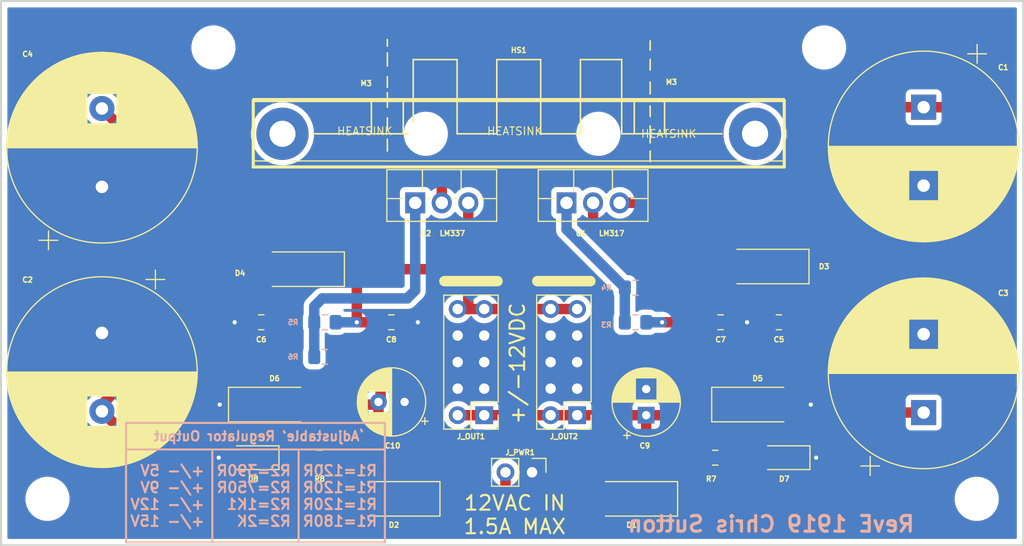
<source format=kicad_pcb>
(kicad_pcb (version 20171130) (host pcbnew "(5.1.6-0-10_14)")
  (layers (0 F.Cu signal) (31 B.Cu signal) (34 B.Paste user) (35 F.Paste user) (36 B.SilkS user) (37 F.SilkS user) (38 B.Mask user) (39 F.Mask user) (44 Edge.Cuts user))
  (net 0 "")
  (net 1 GND)
  (net 2 /DC_NEG_IN)
  (net 3 /12VDC_NEG_REG)
  (net 4 /DC_POS_IN)
  (net 5 /12VDC_POS_REG)
  (net 6 /AC_IN)
  (net 7 "Net-(D7-Pad2)")
  (net 8 "Net-(D8-Pad1)")
  (net 9 "Net-(R3-Pad2)")
  (net 10 "Net-(R5-Pad2)")
  (module Capacitor_THT:CP_Radial_D18.0mm_P7.50mm (layer F.Cu) (at 109.982 73.66 90)
    (fp_text reference C4 (at 12.7 -7.112 180) (layer F.SilkS) (effects (font (size 0.5 0.5) (thickness 0.125))))
    (fp_text value 3300uF)
    (pad 2 thru_hole circle (at 7.5 0 90) (size 2.4 2.4) (drill 1.2) (layers *.Cu *.Mask) (net 2 /DC_NEG_IN))
    (pad 1 thru_hole rect (at 0 0 90) (size 2.4 2.4) (drill 1.2) (layers *.Cu *.Mask) (net 1 GND))
  )
  (module Heatsink:Heatsink_SheetType_50x7mm_2Fixations (layer F.Cu) (at 149.86 68.58)
    (fp_text reference HS1 (at 0 -8) (layer F.SilkS) (effects (font (size 0.5 0.5) (thickness 0.125))))
    (fp_text value Heatsink)
    (fp_text user M3 (at 14.605 -4.953) (layer F.SilkS) (effects (font (size 0.5 0.5) (thickness 0.125))))
    (fp_text user M3 (at -14.605 -4.826) (layer F.SilkS) (effects (font (size 0.5 0.5) (thickness 0.125))))
    (pad 1 thru_hole circle (at 22.606 0) (size 5.00126 5.00126) (drill 2.49936) (layers *.Cu *.Mask))
    (pad 1 thru_hole circle (at -22.606 0) (size 5.00126 5.00126) (drill 2.49936) (layers *.Cu *.Mask))
  )
  (module Connector_PinHeader_2.54mm:PinHeader_2x05_P2.54mm_Vertical (layer F.Cu) (at 146.558 95.504 180)
    (fp_text reference J_OUT1 (at 1.27 -2.032) (layer F.SilkS) (effects (font (size 0.5 0.5) (thickness 0.125))))
    (fp_text value Conn_02x05_Odd_Even)
    (pad 1 thru_hole rect (at 0 0 180) (size 1.7 1.7) (drill 1) (layers *.Cu *.Mask) (net 5 /12VDC_POS_REG))
    (pad 2 thru_hole oval (at 2.54 0 180) (size 1.7 1.7) (drill 1) (layers *.Cu *.Mask) (net 5 /12VDC_POS_REG))
    (pad 3 thru_hole oval (at 0 2.54 180) (size 1.7 1.7) (drill 1) (layers *.Cu *.Mask) (net 1 GND))
    (pad 4 thru_hole oval (at 2.54 2.54 180) (size 1.7 1.7) (drill 1) (layers *.Cu *.Mask) (net 1 GND))
    (pad 5 thru_hole oval (at 0 5.08 180) (size 1.7 1.7) (drill 1) (layers *.Cu *.Mask) (net 1 GND))
    (pad 6 thru_hole oval (at 2.54 5.08 180) (size 1.7 1.7) (drill 1) (layers *.Cu *.Mask) (net 1 GND))
    (pad 7 thru_hole oval (at 0 7.62 180) (size 1.7 1.7) (drill 1) (layers *.Cu *.Mask) (net 1 GND))
    (pad 8 thru_hole oval (at 2.54 7.62 180) (size 1.7 1.7) (drill 1) (layers *.Cu *.Mask) (net 1 GND))
    (pad 9 thru_hole oval (at 0 10.16 180) (size 1.7 1.7) (drill 1) (layers *.Cu *.Mask) (net 3 /12VDC_NEG_REG))
    (pad 10 thru_hole oval (at 2.54 10.16 180) (size 1.7 1.7) (drill 1) (layers *.Cu *.Mask) (net 3 /12VDC_NEG_REG))
  )
  (module Connector_PinHeader_2.54mm:PinHeader_2x05_P2.54mm_Vertical (layer F.Cu) (at 155.448 95.504 180)
    (fp_text reference J_OUT2 (at 1.27 -2.032 180) (layer F.SilkS) (effects (font (size 0.5 0.5) (thickness 0.125))))
    (fp_text value Conn_02x05_Odd_Even)
    (pad 1 thru_hole rect (at 0 0 180) (size 1.7 1.7) (drill 1) (layers *.Cu *.Mask) (net 5 /12VDC_POS_REG))
    (pad 2 thru_hole oval (at 2.54 0 180) (size 1.7 1.7) (drill 1) (layers *.Cu *.Mask) (net 5 /12VDC_POS_REG))
    (pad 3 thru_hole oval (at 0 2.54 180) (size 1.7 1.7) (drill 1) (layers *.Cu *.Mask) (net 1 GND))
    (pad 4 thru_hole oval (at 2.54 2.54 180) (size 1.7 1.7) (drill 1) (layers *.Cu *.Mask) (net 1 GND))
    (pad 5 thru_hole oval (at 0 5.08 180) (size 1.7 1.7) (drill 1) (layers *.Cu *.Mask) (net 1 GND))
    (pad 6 thru_hole oval (at 2.54 5.08 180) (size 1.7 1.7) (drill 1) (layers *.Cu *.Mask) (net 1 GND))
    (pad 7 thru_hole oval (at 0 7.62 180) (size 1.7 1.7) (drill 1) (layers *.Cu *.Mask) (net 1 GND))
    (pad 8 thru_hole oval (at 2.54 7.62 180) (size 1.7 1.7) (drill 1) (layers *.Cu *.Mask) (net 1 GND))
    (pad 9 thru_hole oval (at 0 10.16 180) (size 1.7 1.7) (drill 1) (layers *.Cu *.Mask) (net 3 /12VDC_NEG_REG))
    (pad 10 thru_hole oval (at 2.54 10.16 180) (size 1.7 1.7) (drill 1) (layers *.Cu *.Mask) (net 3 /12VDC_NEG_REG))
  )
  (module Connector_PinHeader_2.54mm:PinHeader_1x02_P2.54mm_Vertical (layer F.Cu) (at 151.13 100.965 270)
    (fp_text reference J_PWR1 (at -1.905 1.143) (layer F.SilkS) (effects (font (size 0.5 0.5) (thickness 0.125))))
    (fp_text value Conn_01x02)
    (pad 1 thru_hole rect (at 0 0 270) (size 1.7 1.7) (drill 1) (layers *.Cu *.Mask) (net 1 GND))
    (pad 2 thru_hole oval (at 0 2.54 270) (size 1.7 1.7) (drill 1) (layers *.Cu *.Mask) (net 6 /AC_IN))
  )
  (module MountingHole:MountingHole_3.2mm_M3_DIN965 (layer F.Cu) (at 179.07 60.325)
    (fp_text reference REF** hide)
    (fp_text value MountingHole_3.2mm_M3_DIN965)
    (pad 1 np_thru_hole circle (at 0 0) (size 3.2 3.2) (drill 3.2) (layers *.Cu *.Mask))
  )
  (module MountingHole:MountingHole_3.2mm_M3_DIN965 (layer F.Cu) (at 120.65 60.325)
    (fp_text reference REF** hide)
    (fp_text value MountingHole_3.2mm_M3_DIN965)
    (pad 1 np_thru_hole circle (at 0 0) (size 3.2 3.2) (drill 3.2) (layers *.Cu *.Mask))
  )
  (module MountingHole:MountingHole_3.2mm_M3_DIN965 (layer F.Cu) (at 104.775 103.505)
    (fp_text reference REF** hide)
    (fp_text value MountingHole_3.2mm_M3_DIN965)
    (pad 1 np_thru_hole circle (at 0 0) (size 3.2 3.2) (drill 3.2) (layers *.Cu *.Mask))
  )
  (module MountingHole:MountingHole_3.2mm_M3_DIN965 (layer F.Cu) (at 193.675 103.505)
    (fp_text reference REF** hide)
    (fp_text value MountingHole_3.2mm_M3_DIN965)
    (pad 1 np_thru_hole circle (at 0 0) (size 3.2 3.2) (drill 3.2) (layers *.Cu *.Mask))
  )
  (module MountingHole:MountingHole_3.2mm_M3_DIN965 (layer F.Cu) (at 157.48 68.58)
    (fp_text reference REF** hide)
    (fp_text value MountingHole_3.2mm_M3_DIN965)
    (pad 1 np_thru_hole circle (at 0 0) (size 3.2 3.2) (drill 3.2) (layers *.Cu *.Mask))
  )
  (module MountingHole:MountingHole_3.2mm_M3_DIN965 (layer F.Cu) (at 140.97 68.58)
    (fp_text reference REF** hide)
    (fp_text value MountingHole_3.2mm_M3_DIN965)
    (pad 1 np_thru_hole circle (at 0 0) (size 3.2 3.2) (drill 3.2) (layers *.Cu *.Mask))
  )
  (module Capacitor_THT:CP_Radial_D18.0mm_P7.50mm (layer F.Cu) (at 188.595 66.04 270)
    (fp_text reference C1 (at -3.81 -7.62) (layer F.SilkS) (effects (font (size 0.5 0.5) (thickness 0.125))))
    (fp_text value 3300uF)
    (pad 2 thru_hole circle (at 7.5 0 270) (size 2.4 2.4) (drill 1.2) (layers *.Cu *.Mask) (net 1 GND))
    (pad 1 thru_hole rect (at 0 0 270) (size 2.4 2.4) (drill 1.2) (layers *.Cu *.Mask) (net 4 /DC_POS_IN))
  )
  (module Capacitor_THT:CP_Radial_D18.0mm_P7.50mm (layer F.Cu) (at 109.982 87.63 270)
    (fp_text reference C2 (at -5.08 7.112) (layer F.SilkS) (effects (font (size 0.5 0.5) (thickness 0.125))))
    (fp_text value 3300uF)
    (pad 1 thru_hole rect (at 0 0 270) (size 2.4 2.4) (drill 1.2) (layers *.Cu *.Mask) (net 1 GND))
    (pad 2 thru_hole circle (at 7.5 0 270) (size 2.4 2.4) (drill 1.2) (layers *.Cu *.Mask) (net 2 /DC_NEG_IN))
  )
  (module Capacitor_THT:CP_Radial_D18.0mm_P7.50mm (layer F.Cu) (at 188.595 95.25 90)
    (fp_text reference C3 (at 11.43 7.62 180) (layer F.SilkS) (effects (font (size 0.5 0.5) (thickness 0.125))))
    (fp_text value 3300uF)
    (pad 1 thru_hole rect (at 0 0 90) (size 2.4 2.4) (drill 1.2) (layers *.Cu *.Mask) (net 4 /DC_POS_IN))
    (pad 2 thru_hole circle (at 7.5 0 90) (size 2.4 2.4) (drill 1.2) (layers *.Cu *.Mask) (net 1 GND))
  )
  (module Capacitor_SMD:C_0805_2012Metric_Pad1.15x1.40mm_HandSolder (layer F.Cu) (at 174.752 86.614 180)
    (fp_text reference C5 (at 0 -1.65 180) (layer F.SilkS) (effects (font (size 0.5 0.5) (thickness 0.125))))
    (fp_text value 100nF)
    (pad 2 smd roundrect (at 1.025 0 180) (size 1.15 1.4) (layers F.Cu F.Paste F.Mask) (roundrect_rratio 0.217391) (net 1 GND))
    (pad 1 smd roundrect (at -1.025 0 180) (size 1.15 1.4) (layers F.Cu F.Paste F.Mask) (roundrect_rratio 0.217391) (net 4 /DC_POS_IN))
  )
  (module Capacitor_SMD:C_0805_2012Metric_Pad1.15x1.40mm_HandSolder (layer F.Cu) (at 125.222 86.614 180)
    (fp_text reference C6 (at 0 -1.65) (layer F.SilkS) (effects (font (size 0.5 0.5) (thickness 0.125))))
    (fp_text value 100nF)
    (pad 1 smd roundrect (at -1.025 0 180) (size 1.15 1.4) (layers F.Cu F.Paste F.Mask) (roundrect_rratio 0.217391) (net 2 /DC_NEG_IN))
    (pad 2 smd roundrect (at 1.025 0 180) (size 1.15 1.4) (layers F.Cu F.Paste F.Mask) (roundrect_rratio 0.217391) (net 1 GND))
  )
  (module Capacitor_SMD:C_0805_2012Metric_Pad1.15x1.40mm_HandSolder (layer F.Cu) (at 169.173 86.614)
    (fp_text reference C7 (at 0 1.651) (layer F.SilkS) (effects (font (size 0.5 0.5) (thickness 0.125))))
    (fp_text value 100nF)
    (pad 2 smd roundrect (at 1.025 0) (size 1.15 1.4) (layers F.Cu F.Paste F.Mask) (roundrect_rratio 0.217391) (net 1 GND))
    (pad 1 smd roundrect (at -1.025 0) (size 1.15 1.4) (layers F.Cu F.Paste F.Mask) (roundrect_rratio 0.217391) (net 5 /12VDC_POS_REG))
  )
  (module Capacitor_SMD:C_0805_2012Metric_Pad1.15x1.40mm_HandSolder (layer F.Cu) (at 137.668 86.614)
    (fp_text reference C8 (at 0 1.651) (layer F.SilkS) (effects (font (size 0.5 0.5) (thickness 0.125))))
    (fp_text value 100nF)
    (pad 1 smd roundrect (at -1.025 0) (size 1.15 1.4) (layers F.Cu F.Paste F.Mask) (roundrect_rratio 0.217391) (net 3 /12VDC_NEG_REG))
    (pad 2 smd roundrect (at 1.025 0) (size 1.15 1.4) (layers F.Cu F.Paste F.Mask) (roundrect_rratio 0.217391) (net 1 GND))
  )
  (module Capacitor_THT:CP_Radial_D6.3mm_P2.50mm (layer F.Cu) (at 162.052 95.504 90)
    (fp_text reference C9 (at -2.921 -0.127 180) (layer F.SilkS) (effects (font (size 0.5 0.5) (thickness 0.125))))
    (fp_text value 10uF)
    (pad 1 thru_hole rect (at 0 0 90) (size 1.6 1.6) (drill 0.8) (layers *.Cu *.Mask) (net 5 /12VDC_POS_REG))
    (pad 2 thru_hole circle (at 2.5 0 90) (size 1.6 1.6) (drill 0.8) (layers *.Cu *.Mask) (net 1 GND))
  )
  (module Capacitor_THT:CP_Radial_D6.3mm_P2.50mm (layer F.Cu) (at 138.938 94.234 180)
    (fp_text reference C10 (at 1.143 -4.191 180) (layer F.SilkS) (effects (font (size 0.5 0.5) (thickness 0.125))))
    (fp_text value 10uF)
    (pad 2 thru_hole circle (at 2.5 0 180) (size 1.6 1.6) (drill 0.8) (layers *.Cu *.Mask) (net 3 /12VDC_NEG_REG))
    (pad 1 thru_hole rect (at 0 0 180) (size 1.6 1.6) (drill 0.8) (layers *.Cu *.Mask) (net 1 GND))
  )
  (module Diode_SMD:D_SMA_Handsoldering (layer F.Cu) (at 160.655 103.505 180)
    (fp_text reference D1 (at 0 -2.5 180) (layer F.SilkS) (effects (font (size 0.5 0.5) (thickness 0.125))))
    (fp_text value HER202G)
    (pad 1 smd rect (at -2.5 0 180) (size 3.5 1.8) (layers F.Cu F.Paste F.Mask) (net 4 /DC_POS_IN))
    (pad 2 smd rect (at 2.5 0 180) (size 3.5 1.8) (layers F.Cu F.Paste F.Mask) (net 6 /AC_IN))
  )
  (module Diode_SMD:D_SMA_Handsoldering (layer F.Cu) (at 137.922 103.505 180)
    (fp_text reference D2 (at 0 -2.5 180) (layer F.SilkS) (effects (font (size 0.5 0.5) (thickness 0.125))))
    (fp_text value HER202G)
    (pad 2 smd rect (at 2.5 0 180) (size 3.5 1.8) (layers F.Cu F.Paste F.Mask) (net 2 /DC_NEG_IN))
    (pad 1 smd rect (at -2.5 0 180) (size 3.5 1.8) (layers F.Cu F.Paste F.Mask) (net 6 /AC_IN))
  )
  (module Diode_SMD:D_SMA_Handsoldering (layer F.Cu) (at 173.228 81.28 180)
    (fp_text reference D3 (at -5.842 0 180) (layer F.SilkS) (effects (font (size 0.5 0.5) (thickness 0.125))))
    (fp_text value HER202G)
    (pad 2 smd rect (at 2.5 0 180) (size 3.5 1.8) (layers F.Cu F.Paste F.Mask) (net 5 /12VDC_POS_REG))
    (pad 1 smd rect (at -2.5 0 180) (size 3.5 1.8) (layers F.Cu F.Paste F.Mask) (net 4 /DC_POS_IN))
  )
  (module Diode_SMD:D_SMA_Handsoldering (layer F.Cu) (at 128.778 81.534 180)
    (fp_text reference D4 (at 5.588 -0.381 180) (layer F.SilkS) (effects (font (size 0.5 0.5) (thickness 0.125))))
    (fp_text value HER202G)
    (pad 1 smd rect (at -2.5 0 180) (size 3.5 1.8) (layers F.Cu F.Paste F.Mask) (net 3 /12VDC_NEG_REG))
    (pad 2 smd rect (at 2.5 0 180) (size 3.5 1.8) (layers F.Cu F.Paste F.Mask) (net 2 /DC_NEG_IN))
  )
  (module Diode_SMD:D_SMA_Handsoldering (layer F.Cu) (at 172.72 94.488)
    (fp_text reference D5 (at 0 -2.5) (layer F.SilkS) (effects (font (size 0.5 0.5) (thickness 0.125))))
    (fp_text value HER202G)
    (pad 2 smd rect (at 2.5 0) (size 3.5 1.8) (layers F.Cu F.Paste F.Mask) (net 1 GND))
    (pad 1 smd rect (at -2.5 0) (size 3.5 1.8) (layers F.Cu F.Paste F.Mask) (net 5 /12VDC_POS_REG))
  )
  (module Diode_SMD:D_SMA_Handsoldering (layer F.Cu) (at 126.492 94.488)
    (fp_text reference D6 (at 0 -2.5) (layer F.SilkS) (effects (font (size 0.5 0.5) (thickness 0.125))))
    (fp_text value HER202G)
    (pad 1 smd rect (at -2.5 0) (size 3.5 1.8) (layers F.Cu F.Paste F.Mask) (net 1 GND))
    (pad 2 smd rect (at 2.5 0) (size 3.5 1.8) (layers F.Cu F.Paste F.Mask) (net 3 /12VDC_NEG_REG))
  )
  (module LED_SMD:LED_1206_3216Metric_Pad1.42x1.75mm_HandSolder (layer F.Cu) (at 175.26 99.568 180)
    (fp_text reference D7 (at 0 -2.032 180) (layer F.SilkS) (effects (font (size 0.5 0.5) (thickness 0.125))))
    (fp_text value LED)
    (pad 2 smd roundrect (at 1.4875 0 180) (size 1.425 1.75) (layers F.Cu F.Paste F.Mask) (roundrect_rratio 0.175439) (net 7 "Net-(D7-Pad2)"))
    (pad 1 smd roundrect (at -1.4875 0 180) (size 1.425 1.75) (layers F.Cu F.Paste F.Mask) (roundrect_rratio 0.175439) (net 1 GND))
  )
  (module LED_SMD:LED_1206_3216Metric_Pad1.42x1.75mm_HandSolder (layer F.Cu) (at 124.46 99.568 180)
    (fp_text reference D8 (at 0 -2.032 180) (layer F.SilkS) (effects (font (size 0.5 0.5) (thickness 0.125))))
    (fp_text value LED)
    (pad 1 smd roundrect (at -1.4875 0 180) (size 1.425 1.75) (layers F.Cu F.Paste F.Mask) (roundrect_rratio 0.175439) (net 8 "Net-(D8-Pad1)"))
    (pad 2 smd roundrect (at 1.4875 0 180) (size 1.425 1.75) (layers F.Cu F.Paste F.Mask) (roundrect_rratio 0.175439) (net 1 GND))
  )
  (module Resistor_SMD:R_0805_2012Metric_Pad1.15x1.40mm_HandSolder (layer B.Cu) (at 161.036 86.614 180)
    (fp_text reference R3 (at 2.794 -0.254 180) (layer B.SilkS) (effects (font (size 0.5 0.5) (thickness 0.125)) (justify mirror)))
    (fp_text value 120R)
    (pad 2 smd roundrect (at 1.025 0 180) (size 1.15 1.4) (layers B.Cu B.Paste B.Mask) (roundrect_rratio 0.217391) (net 9 "Net-(R3-Pad2)"))
    (pad 1 smd roundrect (at -1.025 0 180) (size 1.15 1.4) (layers B.Cu B.Paste B.Mask) (roundrect_rratio 0.217391) (net 5 /12VDC_POS_REG))
  )
  (module Resistor_SMD:R_0805_2012Metric_Pad1.15x1.40mm_HandSolder (layer B.Cu) (at 161.036 83.312)
    (fp_text reference R4 (at -2.794 0) (layer B.SilkS) (effects (font (size 0.5 0.5) (thickness 0.125)) (justify mirror)))
    (fp_text value 1K1)
    (pad 1 smd roundrect (at -1.025 0) (size 1.15 1.4) (layers B.Cu B.Paste B.Mask) (roundrect_rratio 0.217391) (net 9 "Net-(R3-Pad2)"))
    (pad 2 smd roundrect (at 1.025 0) (size 1.15 1.4) (layers B.Cu B.Paste B.Mask) (roundrect_rratio 0.217391) (net 1 GND))
  )
  (module Resistor_SMD:R_0805_2012Metric_Pad1.15x1.40mm_HandSolder (layer B.Cu) (at 131.318 86.614 180)
    (fp_text reference R5 (at 3.048 0 180) (layer B.SilkS) (effects (font (size 0.5 0.5) (thickness 0.125)) (justify mirror)))
    (fp_text value 120R)
    (pad 2 smd roundrect (at 1.025 0 180) (size 1.15 1.4) (layers B.Cu B.Paste B.Mask) (roundrect_rratio 0.217391) (net 10 "Net-(R5-Pad2)"))
    (pad 1 smd roundrect (at -1.025 0 180) (size 1.15 1.4) (layers B.Cu B.Paste B.Mask) (roundrect_rratio 0.217391) (net 3 /12VDC_NEG_REG))
  )
  (module Resistor_SMD:R_0805_2012Metric_Pad1.15x1.40mm_HandSolder (layer B.Cu) (at 131.318 89.916)
    (fp_text reference R6 (at -3.048 0) (layer B.SilkS) (effects (font (size 0.5 0.5) (thickness 0.125)) (justify mirror)))
    (fp_text value 1K1)
    (pad 1 smd roundrect (at -1.025 0) (size 1.15 1.4) (layers B.Cu B.Paste B.Mask) (roundrect_rratio 0.217391) (net 10 "Net-(R5-Pad2)"))
    (pad 2 smd roundrect (at 1.025 0) (size 1.15 1.4) (layers B.Cu B.Paste B.Mask) (roundrect_rratio 0.217391) (net 1 GND))
  )
  (module Resistor_SMD:R_0805_2012Metric_Pad1.15x1.40mm_HandSolder (layer F.Cu) (at 168.656 99.568)
    (fp_text reference R7 (at -0.381 2.032) (layer F.SilkS) (effects (font (size 0.5 0.5) (thickness 0.125))))
    (fp_text value 1K)
    (pad 2 smd roundrect (at 1.025 0) (size 1.15 1.4) (layers F.Cu F.Paste F.Mask) (roundrect_rratio 0.217391) (net 7 "Net-(D7-Pad2)"))
    (pad 1 smd roundrect (at -1.025 0) (size 1.15 1.4) (layers F.Cu F.Paste F.Mask) (roundrect_rratio 0.217391) (net 5 /12VDC_POS_REG))
  )
  (module Resistor_SMD:R_0805_2012Metric_Pad1.15x1.40mm_HandSolder (layer F.Cu) (at 130.81 99.568 180)
    (fp_text reference R8 (at 0 -2.032 180) (layer F.SilkS) (effects (font (size 0.5 0.5) (thickness 0.125))))
    (fp_text value 1K)
    (pad 1 smd roundrect (at -1.025 0 180) (size 1.15 1.4) (layers F.Cu F.Paste F.Mask) (roundrect_rratio 0.217391) (net 3 /12VDC_NEG_REG))
    (pad 2 smd roundrect (at 1.025 0 180) (size 1.15 1.4) (layers F.Cu F.Paste F.Mask) (roundrect_rratio 0.217391) (net 8 "Net-(D8-Pad1)"))
  )
  (module Package_TO_SOT_THT:TO-220F-3_Vertical (layer F.Cu) (at 154.432 75.184)
    (fp_text reference U1 (at 1.397 2.921) (layer F.SilkS) (effects (font (size 0.5 0.5) (thickness 0.125))))
    (fp_text value LM317_3PinPackage)
    (pad 3 thru_hole oval (at 5.08 0) (size 1.905 2) (drill 1.2) (layers *.Cu *.Mask) (net 4 /DC_POS_IN))
    (pad 2 thru_hole oval (at 2.54 0) (size 1.905 2) (drill 1.2) (layers *.Cu *.Mask) (net 5 /12VDC_POS_REG))
    (pad 1 thru_hole rect (at 0 0) (size 1.905 2) (drill 1.2) (layers *.Cu *.Mask) (net 9 "Net-(R3-Pad2)"))
  )
  (module Package_TO_SOT_THT:TO-220F-3_Vertical (layer F.Cu) (at 139.954 75.184)
    (fp_text reference U2 (at 1.016 2.921) (layer F.SilkS) (effects (font (size 0.5 0.5) (thickness 0.125))))
    (fp_text value LM337_TO220)
    (pad 1 thru_hole rect (at 0 0) (size 1.905 2) (drill 1.2) (layers *.Cu *.Mask) (net 10 "Net-(R5-Pad2)"))
    (pad 2 thru_hole oval (at 2.54 0) (size 1.905 2) (drill 1.2) (layers *.Cu *.Mask) (net 2 /DC_NEG_IN))
    (pad 3 thru_hole oval (at 5.08 0) (size 1.905 2) (drill 1.2) (layers *.Cu *.Mask) (net 3 /12VDC_NEG_REG))
  )
  (gr_text LM317 (at 158.75 78.105) (layer F.SilkS) (effects (font (size 0.5 0.5) (thickness 0.125))))
  (gr_text LM337 (at 143.51 78.105) (layer F.SilkS) (effects (font (size 0.5 0.5) (thickness 0.125))))
  (gr_text "12VAC IN\n1.5A MAX" (at 149.479 105.029) (layer F.SilkS) (effects (font (size 1.4 1.4) (thickness 0.2))))
  (gr_text +/-12VDC (at 149.733 90.551 90) (layer F.SilkS) (effects (font (size 1.4 1.4) (thickness 0.2))))
  (gr_line (start 142.748 82.677) (end 147.828 82.677) (layer F.SilkS) (width 1))
  (gr_line (start 198.12 55.88) (end 198.12 107.95) (layer Edge.Cuts) (width 0.2))
  (gr_text "RevE 1919 Chris Sutton" (at 173.99 105.918) (layer B.SilkS) (effects (font (size 1.5 1.5) (thickness 0.3)) (justify mirror)))
  (gr_text HEATSINK (at 164.211 68.58) (layer F.SilkS) (effects (font (size 0.75 0.75) (thickness 0.1))))
  (gr_line (start 128.799034 107.671178) (end 128.799034 98.781178) (layer B.SilkS) (width 0.2))
  (gr_line (start 120.544034 107.671178) (end 120.544034 98.781178) (layer B.SilkS) (width 0.2))
  (gr_line (start 137.054034 107.671178) (end 137.054034 96.241178) (layer B.SilkS) (width 0.2))
  (gr_line (start 112.289034 107.671178) (end 112.289034 96.241178) (layer B.SilkS) (width 0.2))
  (gr_line (start 112.289034 98.781178) (end 137.054034 98.781178) (layer B.SilkS) (width 0.2))
  (gr_line (start 112.289034 96.241178) (end 137.054034 96.241178) (layer B.SilkS) (width 0.2))
  (gr_line (start 112.289034 107.671178) (end 137.054034 107.671178) (layer B.SilkS) (width 0.2))
  (gr_text "‘Adjustable’ Regulator Output" (at 124.989034 97.511178) (layer B.SilkS) (effects (font (size 0.9 0.9) (thickness 0.2)) (justify mirror)))
  (gr_text "+/- 5V\n+/- 9V\n+/- 12V\n+/- 15V" (at 119.909034 103.226178) (layer B.SilkS) (effects (font (size 1 1) (thickness 0.2)) (justify left mirror)))
  (gr_text "R2=390R\nR2=750R\nR2=1K1\nR2=2K" (at 128.164034 103.226178) (layer B.SilkS) (effects (font (size 1 1) (thickness 0.2)) (justify left mirror)))
  (gr_text "R1=120R\nR1=120R\nR1=120R\nR1=180R" (at 136.419034 103.226178) (layer B.SilkS) (effects (font (size 1 1) (thickness 0.2)) (justify left mirror)))
  (gr_line (start 175.26 65.405) (end 175.26 71.755) (layer F.SilkS) (width 0.3))
  (gr_line (start 124.46 65.405) (end 124.46 71.755) (layer F.SilkS) (width 0.3))
  (gr_line (start 175.26 65.405) (end 124.46 65.405) (layer F.SilkS) (width 0.3))
  (gr_line (start 175.26 71.755) (end 124.46 71.755) (layer F.SilkS) (width 0.3))
  (gr_line (start 151.638 82.677) (end 156.718 82.677) (layer F.SilkS) (width 1))
  (gr_text HEATSINK (at 149.479 68.326) (layer F.SilkS) (effects (font (size 0.75 0.75) (thickness 0.1))))
  (gr_text HEATSINK (at 135.128 68.326) (layer F.SilkS) (effects (font (size 0.75 0.75) (thickness 0.1))))
  (gr_line (start 100.33 107.95) (end 100.33 55.88) (layer Edge.Cuts) (width 0.2))
  (gr_line (start 198.12 107.95) (end 100.33 107.95) (layer Edge.Cuts) (width 0.2))
  (gr_line (start 100.33 55.88) (end 198.12 55.88) (layer Edge.Cuts) (width 0.2))
  (segment (start 176.7475 99.568) (end 178.308 99.568) (width 1) (layer F.Cu) (net 1))
  (via (at 178.308 99.568) (size 0.8) (drill 0.4) (layers F.Cu B.Cu) (net 1))
  (segment (start 175.22 94.488) (end 177.8 94.488) (width 1) (layer F.Cu) (net 1))
  (via (at 177.8 94.488) (size 0.8) (drill 0.4) (layers F.Cu B.Cu) (net 1))
  (via (at 171.704 86.614) (size 0.8) (drill 0.4) (layers F.Cu B.Cu) (net 1))
  (segment (start 170.198 86.614) (end 171.704 86.614) (width 1) (layer F.Cu) (net 1))
  (segment (start 171.704 86.614) (end 173.473 86.614) (width 1) (layer F.Cu) (net 1))
  (segment (start 124.197 86.614) (end 123.522 86.614) (width 1) (layer F.Cu) (net 1))
  (via (at 122.682 86.614) (size 0.8) (drill 0.4) (layers F.Cu B.Cu) (net 1))
  (segment (start 123.522 86.614) (end 122.682 86.614) (width 1) (layer F.Cu) (net 1))
  (segment (start 123.992 94.488) (end 121.242 94.488) (width 1) (layer F.Cu) (net 1))
  (via (at 121.242 94.488) (size 0.8) (drill 0.4) (layers F.Cu B.Cu) (net 1))
  (segment (start 122.9725 99.568) (end 122.16 99.568) (width 1) (layer F.Cu) (net 1))
  (via (at 121.158 99.568) (size 0.8) (drill 0.4) (layers F.Cu B.Cu) (net 1))
  (segment (start 122.16 99.568) (end 121.158 99.568) (width 1) (layer F.Cu) (net 1))
  (segment (start 138.693 86.614) (end 140.208 86.614) (width 1) (layer F.Cu) (net 1))
  (via (at 140.208 86.614) (size 0.8) (drill 0.4) (layers F.Cu B.Cu) (net 1))
  (segment (start 134.246 103.378) (end 135.422 103.378) (width 1) (layer F.Cu) (net 2))
  (segment (start 118.23 103.378) (end 109.982 95.13) (width 1) (layer F.Cu) (net 2))
  (segment (start 135.422 103.378) (end 118.23 103.378) (width 1) (layer F.Cu) (net 2))
  (segment (start 145.279 75.429) (end 145.034 75.184) (width 1) (layer F.Cu) (net 3))
  (segment (start 136.643 94.029) (end 136.438 94.234) (width 1) (layer F.Cu) (net 3))
  (segment (start 136.643 86.614) (end 136.643 94.029) (width 1) (layer F.Cu) (net 3))
  (segment (start 145.034 85.344) (end 155.448 85.344) (width 1) (layer F.Cu) (net 3))
  (segment (start 144.018 85.344) (end 145.034 85.344) (width 1) (layer F.Cu) (net 3))
  (segment (start 145.034 84.328) (end 145.034 85.344) (width 1) (layer F.Cu) (net 3))
  (segment (start 145.034 75.184) (end 145.034 80.264) (width 1) (layer F.Cu) (net 3))
  (segment (start 136.184 94.488) (end 136.438 94.234) (width 1) (layer F.Cu) (net 3))
  (segment (start 128.992 94.488) (end 136.184 94.488) (width 1) (layer F.Cu) (net 3))
  (segment (start 136.438 97.75) (end 136.438 94.234) (width 1) (layer F.Cu) (net 3))
  (segment (start 134.62 99.568) (end 136.438 97.75) (width 1) (layer F.Cu) (net 3))
  (segment (start 131.835 99.568) (end 134.62 99.568) (width 1) (layer F.Cu) (net 3))
  (segment (start 131.278 81.534) (end 134.366 81.534) (width 1) (layer F.Cu) (net 3))
  (segment (start 134.366 81.534) (end 134.366 86.614) (width 1) (layer F.Cu) (net 3))
  (via (at 134.366 86.614) (size 0.8) (drill 0.4) (layers F.Cu B.Cu) (net 3))
  (segment (start 134.366 86.614) (end 132.343 86.614) (width 1) (layer B.Cu) (net 3))
  (segment (start 136.643 86.614) (end 134.366 86.614) (width 1) (layer F.Cu) (net 3))
  (segment (start 134.366 81.534) (end 145.034 81.534) (width 1) (layer F.Cu) (net 3))
  (segment (start 145.034 81.534) (end 145.034 84.328) (width 1) (layer F.Cu) (net 3))
  (segment (start 145.034 80.264) (end 145.034 81.534) (width 1) (layer F.Cu) (net 3))
  (segment (start 168.148 86.614) (end 165.608 86.614) (width 1) (layer F.Cu) (net 5))
  (segment (start 165.608 85.099) (end 165.608 86.614) (width 1) (layer F.Cu) (net 5))
  (segment (start 165.608 78.994) (end 165.608 85.099) (width 1) (layer F.Cu) (net 5))
  (segment (start 165.608 81.28) (end 170.728 81.28) (width 1) (layer F.Cu) (net 5))
  (segment (start 165.608 78.994) (end 165.608 80.264) (width 1) (layer F.Cu) (net 5))
  (segment (start 144.018 95.504) (end 155.448 95.504) (width 1) (layer F.Cu) (net 5))
  (segment (start 156.972 77.184) (end 157.258 77.47) (width 1) (layer F.Cu) (net 5))
  (segment (start 156.972 75.184) (end 156.972 77.184) (width 1) (layer F.Cu) (net 5))
  (segment (start 164.084 77.47) (end 165.608 78.994) (width 1) (layer F.Cu) (net 5))
  (segment (start 157.258 77.47) (end 164.084 77.47) (width 1) (layer F.Cu) (net 5))
  (segment (start 155.448 95.504) (end 160.528 95.504) (width 1) (layer F.Cu) (net 5))
  (segment (start 160.528 95.504) (end 161.925 95.504) (width 1) (layer F.Cu) (net 5))
  (segment (start 165.608 92.964) (end 165.608 86.614) (width 1) (layer F.Cu) (net 5))
  (segment (start 165.608 94.764) (end 165.608 92.964) (width 1) (layer F.Cu) (net 5))
  (segment (start 164.868 95.504) (end 165.608 94.764) (width 1) (layer F.Cu) (net 5))
  (segment (start 161.925 95.504) (end 164.868 95.504) (width 1) (layer F.Cu) (net 5))
  (segment (start 165.884 94.488) (end 165.608 94.764) (width 1) (layer F.Cu) (net 5))
  (segment (start 170.22 94.488) (end 165.884 94.488) (width 1) (layer F.Cu) (net 5))
  (segment (start 164.084 99.568) (end 167.631 99.568) (width 1) (layer F.Cu) (net 5))
  (segment (start 162.052 97.536) (end 164.084 99.568) (width 1) (layer F.Cu) (net 5))
  (segment (start 162.052 95.504) (end 162.052 97.536) (width 1) (layer F.Cu) (net 5))
  (segment (start 162.061 86.614) (end 163.576 86.614) (width 1) (layer B.Cu) (net 5))
  (via (at 163.576 86.614) (size 0.8) (drill 0.4) (layers F.Cu B.Cu) (net 5))
  (segment (start 163.576 86.614) (end 165.608 86.614) (width 1) (layer F.Cu) (net 5))
  (segment (start 140.422 103.505) (end 143.172 103.505) (width 1) (layer F.Cu) (net 6))
  (segment (start 148.59 103.505) (end 148.59 100.965) (width 1) (layer F.Cu) (net 6))
  (segment (start 143.172 103.505) (end 148.59 103.505) (width 1) (layer F.Cu) (net 6))
  (segment (start 148.59 103.505) (end 158.155 103.505) (width 1) (layer F.Cu) (net 6))
  (segment (start 184.159 95.25) (end 175.523 86.614) (width 1) (layer F.Cu) (net 4))
  (segment (start 189.23 95.25) (end 184.159 95.25) (width 1) (layer F.Cu) (net 4))
  (segment (start 142.494 75.184) (end 142.494 72.644) (width 1) (layer F.Cu) (net 2))
  (segment (start 126.278 81.534) (end 126.278 86.329) (width 1) (layer F.Cu) (net 2))
  (segment (start 136.144 72.644) (end 142.494 72.644) (width 1) (layer F.Cu) (net 2))
  (segment (start 136.144 72.644) (end 133.604 72.644) (width 1) (layer F.Cu) (net 2))
  (segment (start 136.144 78.994) (end 136.144 72.644) (width 1) (layer F.Cu) (net 2))
  (segment (start 126.918 78.994) (end 136.144 78.994) (width 1) (layer F.Cu) (net 2))
  (segment (start 126.278 79.634) (end 126.918 78.994) (width 1) (layer F.Cu) (net 2))
  (segment (start 126.278 81.534) (end 126.278 79.634) (width 1) (layer F.Cu) (net 2))
  (segment (start 116.466 72.644) (end 109.982 66.16) (width 1) (layer F.Cu) (net 2))
  (segment (start 136.144 72.644) (end 116.466 72.644) (width 1) (layer F.Cu) (net 2))
  (segment (start 118.11 80.772) (end 121.412 77.47) (width 1) (layer F.Cu) (net 2))
  (segment (start 118.11 86.36) (end 118.11 80.772) (width 1) (layer F.Cu) (net 2))
  (segment (start 121.412 77.47) (end 121.412 72.644) (width 1) (layer F.Cu) (net 2))
  (segment (start 110.102 95.25) (end 110.102 94.368) (width 1) (layer F.Cu) (net 2))
  (segment (start 110.102 94.368) (end 118.11 86.36) (width 1) (layer F.Cu) (net 2))
  (segment (start 109.982 95.13) (end 110.102 95.25) (width 1) (layer F.Cu) (net 2))
  (segment (start 175.728 86.409) (end 175.523 86.614) (width 1) (layer F.Cu) (net 4))
  (segment (start 175.728 77.684) (end 175.728 86.409) (width 1) (layer F.Cu) (net 4))
  (segment (start 175.728 71.668) (end 175.728 77.684) (width 1) (layer F.Cu) (net 4))
  (segment (start 193.04 96.266) (end 193.04 66.04) (width 1) (layer F.Cu) (net 4))
  (segment (start 181.356 66.04) (end 175.728 71.668) (width 1) (layer F.Cu) (net 4))
  (segment (start 193.04 66.04) (end 181.356 66.04) (width 1) (layer F.Cu) (net 4))
  (segment (start 185.674 103.632) (end 193.04 96.266) (width 1) (layer F.Cu) (net 4))
  (segment (start 163.282 103.632) (end 185.674 103.632) (width 1) (layer F.Cu) (net 4))
  (segment (start 175.728 75.224) (end 175.728 77.684) (width 1) (layer F.Cu) (net 4))
  (segment (start 175.688 75.184) (end 175.728 75.224) (width 1) (layer F.Cu) (net 4))
  (segment (start 159.512 75.184) (end 175.688 75.184) (width 1) (layer F.Cu) (net 4))
  (segment (start 169.681 99.568) (end 173.7725 99.568) (width 1) (layer F.Cu) (net 7))
  (segment (start 129.785 99.568) (end 125.9475 99.568) (width 1) (layer F.Cu) (net 8))
  (segment (start 160.011 83.321) (end 160.02 83.312) (width 1) (layer B.Cu) (net 9))
  (segment (start 160.011 86.614) (end 160.011 83.321) (width 1) (layer B.Cu) (net 9))
  (segment (start 154.432 77.733) (end 160.011 83.312) (width 1) (layer B.Cu) (net 9))
  (segment (start 154.432 75.184) (end 154.432 77.733) (width 1) (layer B.Cu) (net 9))
  (segment (start 130.293 87.893008) (end 130.293 89.916) (width 1) (layer B.Cu) (net 10))
  (segment (start 139.192 84.328) (end 131.064 84.328) (width 1) (layer B.Cu) (net 10))
  (segment (start 130.293 85.099) (end 130.293 87.893008) (width 1) (layer B.Cu) (net 10))
  (segment (start 131.064 84.328) (end 130.293 85.099) (width 1) (layer B.Cu) (net 10))
  (segment (start 139.954 83.566) (end 139.192 84.328) (width 1) (layer B.Cu) (net 10))
  (segment (start 139.954 75.184) (end 139.954 83.566) (width 1) (layer B.Cu) (net 10))
  (zone (net 1) (net_name GND) (layer B.Cu) (connect_pads yes (clearance 0.508)) (min_thickness 0.254) (fill yes (arc_segments 16) (thermal_gap 0.508) (thermal_bridge_width 0.508))
    (polygon (pts (xy 100.33 55.88) (xy 198.12 55.88) (xy 198.12 107.95) (xy 100.33 107.95)))
  )
)
</source>
